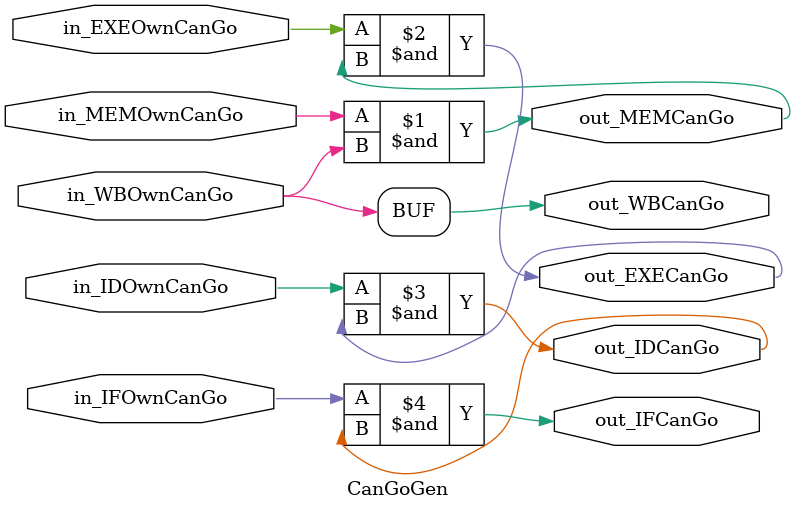
<source format=v>
module		CanGoGen(out_IFCanGo,
					out_IDCanGo,
					out_EXECanGo,
					out_MEMCanGo,
					out_WBCanGo,
					in_IFOwnCanGo,
					in_IDOwnCanGo,
					in_EXEOwnCanGo,
					in_MEMOwnCanGo,
					in_WBOwnCanGo
);

input in_IFOwnCanGo,in_IDOwnCanGo,in_EXEOwnCanGo,in_MEMOwnCanGo,in_WBOwnCanGo;
output	out_IFCanGo,out_IDCanGo,out_EXECanGo,out_MEMCanGo,out_WBCanGo;

assign	out_WBCanGo=in_WBOwnCanGo;
assign	out_MEMCanGo=in_MEMOwnCanGo & out_WBCanGo;
assign	out_EXECanGo=in_EXEOwnCanGo & out_MEMCanGo;
assign	out_IDCanGo=in_IDOwnCanGo & out_EXECanGo;
assign	out_IFCanGo=in_IFOwnCanGo & out_IDCanGo;

endmodule

</source>
